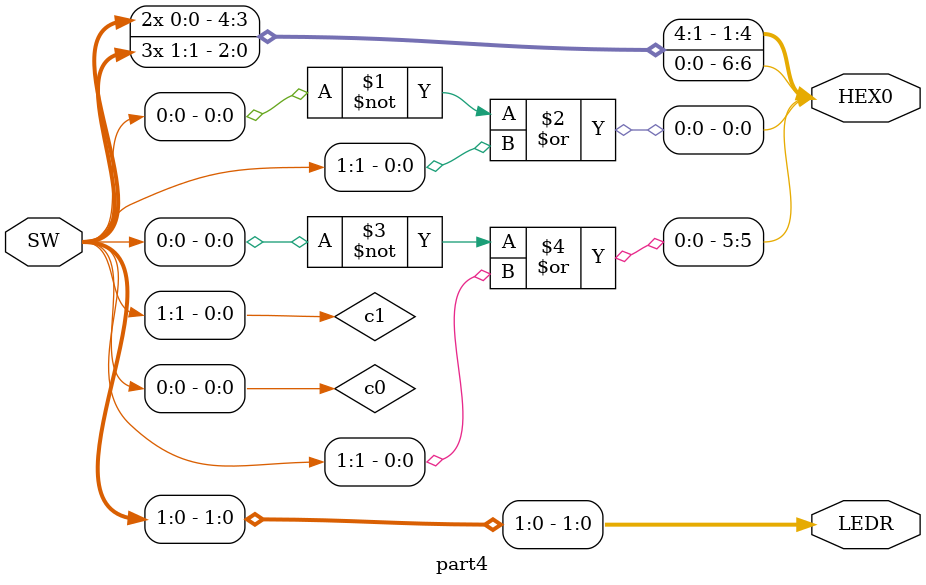
<source format=v>
module part4(SW, LEDR, HEX0);
	input [9:0] SW;
	output [9:0] LEDR;
	output [0:6] HEX0;
	
	wire c0, c1;

	// Assigning c0, c1 to switches
	assign c0 = SW[0];
	assign c1 = SW[1];

	// Adding pretty lights
	assign LEDR[0] = c0;
	assign LEDR[1] = c1;
	
	// Assigning output values
	assign HEX0[0] = ~c0 | c1;
	assign HEX0[1] = c0;
	assign HEX0[2] = c0;
	assign HEX0[3] = c1;
	assign HEX0[4] = c1;
	assign HEX0[5] = ~c0 | c1;
	assign HEX0[6] = c1;
endmodule

</source>
